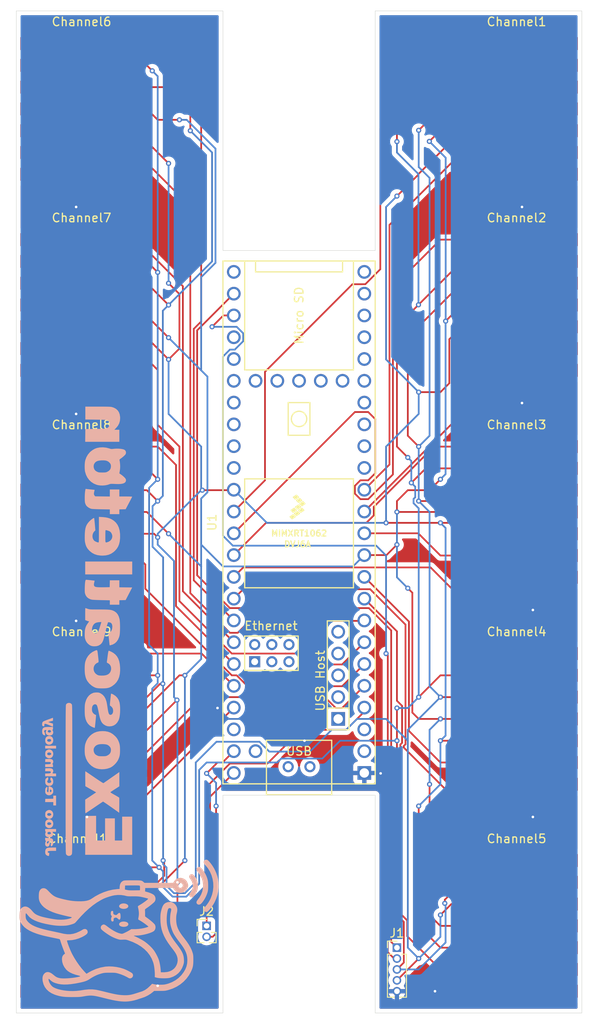
<source format=kicad_pcb>
(kicad_pcb (version 20240108) (generator "pcbnew") (generator_version "8.0")
  (layers (0 "F.Cu" signal) (31 "B.Cu" signal) (34 "B.Paste" user) (35 "F.Paste" user) (36 "B.SilkS" user "B.Silkscreen") (37 "F.SilkS" user "F.Silkscreen") (38 "B.Mask" user) (39 "F.Mask" user) (44 "Edge.Cuts" user))
  (net 0 "")
  (net 1 "Vdd")
  (net 2 "OUT 1")
  (net 3 "CS 1")
  (net 4 "CKL")
  (net 5 "GND")
  (net 6 "SDI")
  (net 7 "Vss")
  (net 8 "OUT 2")
  (net 9 "CS 2")
  (net 10 "CS 3")
  (net 11 "OUT 3")
  (net 12 "CS 5")
  (net 13 "OUT 5")
  (net 14 "OUT 6")
  (net 15 "CS 6")
  (net 16 "OUT 7")
  (net 17 "CS 7")
  (net 18 "OUT 8")
  (net 19 "CS 8")
  (net 20 "OUT 9")
  (net 21 "CS 9")
  (net 22 "OUT 10")
  (net 23 "CS 10")
  (net 24 "GPIO15_RXD0")
  (net 25 "GPIO14_TXD0")
  (net 33 "CS 4")
  (net 36 "OUT 4")
  (net 41 "pwr_GND")
  (net 47 "Vin")
  (footprint "Connector_PinHeader_1.00mm:GoldFingers_1x07_P2.50mm" (layer "F.Cu") (at 99.695 85.09)
    (property "Reference" "Channel7")
    (property "Value" "Conn_01x07_Pin" (hide yes))
  )
  (footprint "Connector_PinHeader_1.27mm:PinHeader_1x05_P1.27mm_Vertical" (layer "F.Cu") (at 136.525 160.02)
    (property "Reference" "J1")
    (property "Value" "Conn_01x05_Pin" (hide yes))
  )
  (footprint "Connector_PinHeader_1.00mm:GoldFingers_1x07_P2.50mm" (layer "F.Cu") (at 99.695 133.35)
    (property "Reference" "Channel9")
    (property "Value" "Conn_01x07_Pin" (hide yes))
  )
  (footprint "Connector_PinHeader_1.00mm:GoldFingers_1x07_P2.50mm" (layer "F.Cu") (at 150.495 62.23)
    (property "Reference" "Channel1")
    (property "Value" "Conn_01x07_Pin" (hide yes))
  )
  (footprint "Connector_PinHeader_1.00mm:GoldFingers_1x07_P2.50mm" (layer "F.Cu") (at 150.495 157.48)
    (property "Reference" "Channel5")
    (property "Value" "Conn_01x07_Pin" (hide yes))
  )
  (footprint "Connector_PinHeader_1.00mm:GoldFingers_1x07_P2.50mm" (layer "F.Cu") (at 99.695 157.48)
    (property "Reference" "Channel10")
    (property "Value" "Conn_01x07_Pin" (hide yes))
  )
  (footprint "Connector_PinHeader_1.27mm:PinHeader_1x02_P1.27mm_Vertical" (layer "F.Cu") (at 114.3 157.48)
    (property "Reference" "J2")
    (property "Value" "Conn_01x02_Pin" (hide yes))
  )
  (footprint "Connector_PinHeader_1.00mm:GoldFingers_1x07_P2.50mm" (layer "F.Cu") (at 99.695 62.23)
    (property "Reference" "Channel6")
    (property "Value" "Conn_01x07_Pin" (hide yes))
  )
  (footprint "Connector_PinHeader_1.00mm:GoldFingers_1x07_P2.50mm" (layer "F.Cu") (at 150.495 85.09)
    (property "Reference" "Channel2")
    (property "Value" "Conn_01x07_Pin" (hide yes))
  )
  (footprint "Connector_PinHeader_1.00mm:GoldFingers_1x07_P2.50mm" (layer "F.Cu") (at 99.695 109.22)
    (property "Reference" "Channel8")
    (property "Value" "Conn_01x07_Pin" (hide yes))
  )
  (footprint "Connector_PinHeader_1.00mm:GoldFingers_1x07_P2.50mm" (layer "F.Cu") (at 150.495 133.35)
    (property "Reference" "Channel4")
    (property "Value" "Conn_01x07_Pin" (hide yes))
  )
  (footprint "Teensy 4.1:Teensy41" (layer "F.Cu") (at 125.095 110.4392 90)
    (property "Reference" "U1")
    (property "Value" "Teensy4.1")
  )
  (footprint "Connector_PinHeader_1.00mm:GoldFingers_1x07_P2.50mm" (layer "F.Cu") (at 150.495 109.22)
    (property "Reference" "Channel3")
    (property "Value" "Conn_01x07_Pin" (hide yes))
  )
  (footprint "logo:logo_HorizontalText" (layer "B.Cu") (at 104.14 131.54 90)
    (property "Reference" "G***" (hide yes))
    (property "Value" "LOGO" (hide yes))
  )
  (gr_poly (pts (xy 133.985 142.24) (xy 133.985 167.64) (xy 158.115 167.64) (xy 158.115 50.8) (xy 133.985 50.8) (xy 133.985 78.74) (xy 116.205 78.74) (xy 116.205 50.8) (xy 92.075 50.8) (xy 92.075 167.64) (xy 116.205 167.64) (xy 116.205 142.24)) (stroke (width 0.05)) (fill none) (layer "Edge.Cuts"))
  (segment (start 109.22 149.86) (end 109.34375 149.98375) (width 0.2) (layer "F.Cu") (net 1))
  (segment (start 149.225 107.95) (end 150.495 106.68) (width 0.2) (layer "F.Cu") (net 1))
  (segment (start 139.065 161.29) (end 136.525 163.83) (width 0.2) (layer "F.Cu") (net 1))
  (segment (start 142.875 154.94) (end 150.495 154.94) (width 0.2) (layer "F.Cu") (net 1))
  (segment (start 144.095 82.55) (end 150.495 82.55) (width 0.2) (layer "F.Cu") (net 1))
  (segment (start 137.795 88.85) (end 144.095 82.55) (width 0.2) (layer "F.Cu") (net 1))
  (segment (start 144.095 59.69) (end 150.495 59.69) (width 0.2) (layer "F.Cu") (net 1))
  (segment (start 112.395 64.77) (end 112.395 62.23) (width 0.2) (layer "F.Cu") (net 1))
  (segment (start 139.065 101.6) (end 137.795 100.33) (width 0.2) (layer "F.Cu") (net 1))
  (segment (start 108.872638 129.252362) (end 107.315 130.81) (width 0.2) (layer "F.Cu") (net 1))
  (segment (start 109.855 59.69) (end 99.695 59.69) (width 0.2) (layer "F.Cu") (net 1))
  (segment (start 139.065 64.72) (end 144.095 59.69) (width 0.2) (layer "F.Cu") (net 1))
  (segment (start 107.315 106.68) (end 99.695 106.68) (width 0.2) (layer "F.Cu") (net 1))
  (segment (start 109.34375 149.98375) (end 109.34375 151.64125) (width 0.2) (layer "F.Cu") (net 1))
  (segment (start 107.315 130.81) (end 99.695 130.81) (width 0.2) (layer "F.Cu") (net 1))
  (segment (start 137.795 100.33) (end 137.795 88.85) (width 0.2) (layer "F.Cu") (net 1))
  (segment (start 99.695 82.55) (end 107.315 82.55) (width 0.2) (layer "F.Cu") (net 1))
  (segment (start 139.065 107.95) (end 149.225 107.95) (width 0.2) (layer "F.Cu") (net 1))
  (segment (start 109.34375 151.64125) (end 106.045 154.94) (width 0.2) (layer "F.Cu") (net 1))
  (segment (start 108.585 107.95) (end 107.315 106.68) (width 0.2) (layer "F.Cu") (net 1))
  (segment (start 141.605 130.81) (end 150.495 130.81) (width 0.2) (layer "F.Cu") (net 1))
  (segment (start 107.315 82.55) (end 109.855 85.09) (width 0.2) (layer "F.Cu") (net 1))
  (segment (start 106.045 154.94) (end 99.695 154.94) (width 0.2) (layer "F.Cu") (net 1))
  (segment (start 112.395 62.23) (end 109.855 59.69) (width 0.2) (layer "F.Cu") (net 1))
  (segment (start 141.605 156.21) (end 142.875 154.94) (width 0.2) (layer "F.Cu") (net 1))
  (segment (start 109.181595 129.252362) (end 108.872638 129.252362) (width 0.2) (layer "F.Cu") (net 1))
  (via (at 109.22 149.86) (size 0.6) (drill 0.3) (layers "F.Cu" "B.Cu") (net 1))
  (via (at 141.605 130.81) (size 0.6) (drill 0.3) (layers "F.Cu" "B.Cu") (net 1))
  (via (at 139.065 101.6) (size 0.6) (drill 0.3) (layers "F.Cu" "B.Cu") (net 1))
  (via (at 112.395 64.77) (size 0.6) (drill 0.3) (layers "F.Cu" "B.Cu") (net 1))
  (via (at 141.605 156.21) (size 0.6) (drill 0.3) (layers "F.Cu" "B.Cu") (net 1))
  (via (at 139.065 161.29) (size 0.6) (drill 0.3) (layers "F.Cu" "B.Cu") (net 1))
  (via (at 109.855 85.09) (size 0.6) (drill 0.3) (layers "F.Cu" "B.Cu") (net 1))
  (via (at 108.585 107.95) (size 0.6) (drill 0.3) (layers "F.Cu" "B.Cu") (net 1))
  (via (at 109.181595 129.252362) (size 0.6) (drill 0.3) (layers "F.Cu" "B.Cu") (net 1))
  (via (at 139.065 107.95) (size 0.6) (drill 0.3) (layers "F.Cu" "B.Cu") (net 1))
  (via (at 139.065 64.72) (size 0.6) (drill 0.3) (layers "F.Cu" "B.Cu") (net 1))
  (segment (start 109.22 149.86) (end 109.22 150.281471) (width 0.2) (layer "B.Cu") (net 1))
  (segment (start 109.185 85.76) (end 109.855 85.09) (width 0.2) (layer "B.Cu") (net 1))
  (segment (start 107.985 113.278529) (end 107.985 108.55) (width 0.2) (layer "B.Cu") (net 1))
  (segment (start 111.76 153.67) (end 113.03 152.4) (width 0.2) (layer "B.Cu") (net 1))
  (segment (start 139.065 161.29) (end 137.795 160.02) (width 0.2) (layer "B.Cu") (net 1))
  (segment (start 131.8642 133.35) (end 135.255 133.35) (width 0.2) (layer "B.Cu") (net 1))
  (segment (start 113.03 138.43) (end 115.4508 136.0092) (width 0.2) (layer "B.Cu") (net 1))
  (segment (start 135.255 133.35) (end 137.795 135.89) (width 0.2) (layer "B.Cu") (net 1))
  (segment (start 121.621435 137.16) (end 126.365 137.16) (width 0.2) (layer "B.Cu") (net 1))
  (segment (start 113.03 152.4) (end 113.03 138.43) (width 0.2) (layer "B.Cu") (net 1))
  (segment (start 109.22 129.213957) (end 109.22 114.513529) (width 0.2) (layer "B.Cu") (net 1))
  (segment (start 109.22 150.281471) (end 109.62 150.681471) (width 0.2) (layer "B.Cu") (net 1))
  (segment (start 109.185 107.35) (end 109.185 85.76) (width 0.2) (layer "B.Cu") (net 1))
  (segment (start 140.335 109.22) (end 139.065 107.95) (width 0.2) (layer "B.Cu") (net 1))
  (segment (start 137.795 160.02) (end 137.795 135.89) (width 0.2) (layer "B.Cu") (net 1))
  (segment (start 109.62 152.8) (end 110.49 153.67) (width 0.2) (layer "B.Cu") (net 1))
  (segment (start 141.605 156.21) (end 141.605 158.75) (width 0.2) (layer "B.Cu") (net 1))
  (segment (start 109.181595 129.252362) (end 109.22 129.290767) (width 0.2) (layer "B.Cu") (net 1))
  (segment (start 137.795 134.62) (end 137.795 135.89) (width 0.2) (layer "B.Cu") (net 1))
  (segment (start 130.5942 134.62) (end 131.8642 133.35) (width 0.2) (layer "B.Cu") (net 1))
  (segment (start 109.22 129.290767) (end 109.22 149.86) (width 0.2) (layer "B.Cu") (net 1))
  (segment (start 109.62 150.681471) (end 109.62 152.8) (width 0.2) (layer "B.Cu") (net 1))
  (segment (start 140.335 100.33) (end 139.065 101.6) (width 0.2) (layer "B.Cu") (net 1))
  (segment (start 109.181595 129.252362) (end 109.22 129.213957) (width 0.2) (layer "B.Cu") (net 1))
  (segment (start 139.065 107.95) (end 139.065 101.6) (width 0.2) (layer "B.Cu") (net 1))
  (segment (start 139.065 69.001471) (end 140.335 70.271471) (width 0.2) (layer "B.Cu") (net 1))
  (segment (start 139.065 64.72) (end 139.065 69.001471) (width 0.2) (layer "B.Cu") (net 1))
  (segment (start 114.935 80.01) (end 109.855 85.09) (width 0.2) (layer "B.Cu") (net 1))
  (segment (start 141.605 130.81) (end 137.795 134.62) (width 0.2) (layer "B.Cu") (net 1))
  (segment (start 115.4508 136.0092) (end 120.470635 136.0092) (width 0.2) (layer "B.Cu") (net 1))
  (segment (start 110.49 153.67) (end 111.76 153.67) (width 0.2) (layer "B.Cu") (net 1))
  (segment (start 112.395 64.77) (end 114.935 67.31) (width 0.2) (layer "B.Cu") (net 1))
  (segment (start 120.470635 136.0092) (end 121.621435 137.16) (width 0.2) (layer "B.Cu") (net 1))
  (segment (start 141.605 130.81) (end 140.335 129.54) (width 0.2) (layer "B.Cu") (net 1))
  (segment (start 126.365 137.16) (end 128.905 134.62) (width 0.2) (layer "B.Cu") (net 1))
  (segment (start 141.605 158.75) (end 139.065 161.29) (width 0.2) (layer "B.Cu") (net 1))
  (segment (start 108.585 107.95) (end 109.185 107.35) (width 0.2) (layer "B.Cu") (net 1))
  (segment (start 107.985 108.55) (end 108.585 107.95) (width 0.2) (layer "B.Cu") (net 1))
  (segment (start 140.335 70.271471) (end 140.335 100.33) (width 0.2) (layer "B.Cu") (net 1))
  (segment (start 114.935 67.31) (end 114.935 80.01) (width 0.2) (layer "B.Cu") (net 1))
  (segment (start 140.335 129.54) (end 140.335 109.22) (width 0.2) (layer "B.Cu") (net 1))
  (segment (start 109.22 114.513529) (end 107.985 113.278529) (width 0.2) (layer "B.Cu") (net 1))
  (segment (start 128.905 134.62) (end 130.5942 134.62) (width 0.2) (layer "B.Cu") (net 1))
  (segment (start 134.585 64.56) (end 134.585 80.914835) (width 0.2) (layer "F.Cu") (net 2))
  (segment (start 150.495 54.61) (end 144.535 54.61) (width 0.2) (layer "F.Cu") (net 2))
  (segment (start 144.535 54.61) (end 134.585 64.56) (width 0.2) (layer "F.Cu") (net 2))
  (segment (start 134.585 80.914835) (end 132.830635 82.6692) (width 0.2) (layer "F.Cu") (net 2))
  (segment (start 132.830635 82.6692) (end 131.3258 82.6692) (width 0.2) (layer "F.Cu") (net 2))
  (segment (start 121.115 105.5292) (end 117.475 109.1692) (width 0.2) (layer "F.Cu") (net 2))
  (segment (start 131.3258 82.6692) (end 121.115 92.88) (width 0.2) (layer "F.Cu") (net 2))
  (segment (start 121.115 92.88) (end 121.115 105.5292) (width 0.2) (layer "F.Cu") (net 2))
  (segment (start 135.655 75.75) (end 135.655 103.6892) (width 0.2) (layer "F.Cu") (net 3))
  (segment (start 150.495 67.31) (end 144.095 67.31) (width 0.2) (layer "F.Cu") (net 3))
  (segment (start 144.095 67.31) (end 135.655 75.75) (width 0.2) (layer "F.Cu") (net 3))
  (segment (start 135.655 103.6892) (end 132.715 106.6292) (width 0.2) (layer "F.Cu") (net 3))
  (segment (start 144.095 87.63) (end 150.495 87.63) (width 0.2) (layer "F.Cu") (net 4))
  (segment (start 141.605 135.89) (end 150.495 135.89) (width 0.2) (layer "F.Cu") (net 4))
  (segment (start 142.645 94.21) (end 142.645 89.08) (width 0.2) (layer "F.Cu") (net 4))
  (segment (start 142.645 89.08) (end 144.095 87.63) (width 0.2) (layer "F.Cu") (net 4))
  (segment (start 136.525 72.39) (end 139.015 69.9) (width 0.2) (layer "F.Cu") (net 4))
  (segment (start 117.4242 106.68) (end 117.475 106.6292) (width 0.2) (layer "F.Cu") (net 4))
  (segment (start 141.605 160.02) (end 150.495 160.02) (width 0.2) (layer "F.Cu") (net 4))
  (segment (start 108.585 112.181471) (end 108.163529 111.76) (width 0.2) (layer "F.Cu") (net 4))
  (segment (start 113.795 106.68) (end 117.4242 106.68) (width 0.2) (layer "F.Cu") (net 4))
  (segment (start 139.065 143.51) (end 139.065 157.48) (width 0.2) (layer "F.Cu") (net 4))
  (segment (start 139.065 95.25) (end 141.605 95.25) (width 0.2) (layer "F.Cu") (net 4))
  (segment (start 139.065 157.48) (end 141.605 160.02) (width 0.2) (layer "F.Cu") (net 4))
  (segment (start 99.695 64.77) (end 106.045 64.77) (width 0.2) (layer "F.Cu") (net 4))
  (segment (start 108.163529 111.76) (end 99.695 111.76) (width 0.2) (layer "F.Cu") (net 4))
  (segment (start 139.015 69.85) (end 144.095 64.77) (width 0.2) (layer "F.Cu") (net 4))
  (segment (start 110.89 152.4) (end 110.89 155.225) (width 0.2) (layer "F.Cu") (net 4))
  (segment (start 150.495 111.76) (end 149.225 110.49) (width 0.2) (layer "F.Cu") (net 4))
  (segment (start 109.855 91.44) (end 111.125 90.17) (width 0.2) (layer "F.Cu") (net 4))
  (segment (start 110.8325 131.1525) (end 106.095 135.89) (width 0.2) (layer "F.Cu") (net 4))
  (segment (start 106.045 87.63) (end 99.695 87.63) (width 0.2) (layer "F.Cu") (net 4))
  (segment (start 106.095 160.02) (end 99.695 160.02) (width 0.2) (layer "F.Cu") (net 4))
  (segment (start 139.015 69.9) (end 139.015 69.85) (width 0.2) (layer "F.Cu") (net 4))
  (segment (start 106.045 64.77) (end 109.855 68.58) (width 0.2) (layer "F.Cu") (net 4))
  (segment (start 106.095 135.89) (end 99.695 135.89) (width 0.2) (layer "F.Cu") (net 4))
  (segment (start 111.125 83.82) (end 109.855 82.55) (width 0.2) (layer "F.Cu") (net 4))
  (segment (start 149.225 110.49) (end 135.255 110.49) (width 0.2) (layer "F.Cu") (net 4))
  (segment (start 141.605 95.25) (end 142.645 94.21) (width 0.2) (layer "F.Cu") (net 4))
  (segment (start 111.125 90.17) (end 111.125 83.82) (width 0.2) (layer "F.Cu") (net 4))
  (segment (start 109.855 91.44) (end 106.045 87.63) (width 0.2) (layer "F.Cu") (net 4))
  (segment (start 110.89 155.225) (end 106.095 160.02) (width 0.2) (layer "F.Cu") (net 4))
  (segment (start 144.095 64.77) (end 150.495 64.77) (width 0.2) (layer "F.Cu") (net 4))
  (via (at 139.065 95.25) (size 0.6) (drill 0.3) (layers "F.Cu" "B.Cu") (net 4))
  (via (at 139.065 143.51) (size 0.6) (drill 0.3) (layers "F.Cu" "B.Cu") (net 4))
  (via (at 135.255 110.49) (size 0.6) (drill 0.3) (layers "F.Cu" "B.Cu") (net 4))
  (via (at 110.89 152.4) (size 0.6) (drill 0.3) (layers "F.Cu" "B.Cu") (net 4))
  (via (at 141.605 135.89) (size 0.6) (drill 0.3) (layers "F.Cu" "B.Cu") (net 4))
  (via (at 141.605 110.49) (size 0.6) (drill 0.3) (layers "F.Cu" "B.Cu") (net 4))
  (via (at 109.855 82.55) (size 0.6) (drill 0.3) (layers "F.Cu" "B.Cu") (net 4))
  (via (at 136.525 72.39) (size 0.6) (drill 0.3) (layers "F.Cu" "B.Cu") (net 4))
  (via (at 113.795 106.68) (size 0.6) (drill 0.3) (layers "F.Cu" "B.Cu") (net 4))
  (via (at 110.8325 131.1525) (size 0.6) (drill 0.3) (layers "F.Cu" "B.Cu") (net 4))
  (via (at 108.585 112.181471) (size 0.6) (drill 0.3) (layers "F.Cu" "B.Cu") (net 4))
  (via (at 109.855 91.44) (size 0.6) (drill 0.3) (layers "F.Cu" "B.Cu") (net 4))
  (via (at 109.855 68.58) (size 0.6) (drill 0.3) (layers "F.Cu" "B.Cu") (net 4))
  (segment (start 113.665 101.6) (end 109.855 97.79) (width 0.2) (layer "B.Cu") (net 4))
  (segment (start 135.255 101.6) (end 135.255 110.49) (width 0.2) (layer "B.Cu") (net 4))
  (segment (start 113.665 106.55) (end 113.665 101.6) (width 0.2) (layer "B.Cu") (net 4))
  (segment (start 142.205 111.09) (end 141.605 110.49) (width 0.2) (layer "B.Cu") (net 4))
  (segment (start 139.065 95.25) (end 139.065 97.79) (width 0.2) (layer "B.Cu") (net 4))
  (segment (start 121.3358 110.49) (end 117.475 106.6292) (width 0.2) (layer "B.Cu") (net 4))
  (segment (start 110.8325 131.1525) (end 110.49 130.81) (width 0.2) (layer "B.Cu") (net 4))
  (segment (start 135.255 91.44) (end 135.255 73.66) (width 0.2) (layer "B.Cu") (net 4))
  (segment (start 109.855 82.55) (end 109.855 68.58) (width 0.2) (layer "B.Cu") (net 4))
  (segment (start 141.605 140.97) (end 141.605 135.89) (width 0.2) (layer "B.Cu") (net 4))
  (segment (start 139.065 143.51) (end 141.605 140.97) (width 0.2) (layer "B.Cu") (net 4))
  (segment (start 135.255 73.66) (end 136.525 72.39) (width 0.2) (layer "B.Cu") (net 4))
  (segment (start 108.585 113.03) (end 108.585 112.181471) (width 0.2) (layer "B.Cu") (net 4))
  (segment (start 139.065 95.25) (end 135.255 91.44) (width 0.2) (layer "B.Cu") (net 4))
  (segment (start 113.795 106.68) (end 113.665 106.68) (width 0.2) (layer "B.Cu") (net 4))
  (segment (start 142.205 135.29) (end 142.205 111.09) (width 0.2) (layer "B.Cu") (net 4))
  (segment (start 139.065 97.79) (end 135.255 101.6) (width 0.2) (layer "B.Cu") (net 4))
  (segment (start 110.89 152.4) (end 110.89 131.21) (width 0.2) (layer "B.Cu") (net 4))
  (segment (start 135.255 110.49) (end 121.3358 110.49) (width 0.2) (layer "B.Cu") (net 4))
  (segment (start 109.855 97.79) (end 109.855 91.44) (width 0.2) (layer "B.Cu") (net 4))
  (segment (start 110.49 130.81) (end 110.49 114.935) (width 0.2) (layer "B.Cu") (net 4))
  (segment (start 110.89 131.21) (end 110.8325 131.1525) (width 0.2) (layer "B.Cu") (net 4))
  (segment (start 110.49 114.935) (end 108.585 113.03) (width 0.2) (layer "B.Cu") (net 4))
  (segment (start 108.585 111.76) (end 108.585 112.181471) (width 0.2) (layer "B.Cu") (net 4))
  (segment (start 113.795 106.68) (end 113.665 106.55) (width 0.2) (layer "B.Cu") (net 4))
  (segment (start 141.605 135.89) (end 142.205 135.29) (width 0.2) (layer "B.Cu") (net 4))
  (segment (start 113.665 106.68) (end 108.585 111.76) (width 0.2) (layer "B.Cu") (net 4))
  (segment (start 150.495 92.71) (end 150.495 95.885) (width 0.2) (layer "F.Cu") (net 5))
  (segment (start 150.495 142.875) (end 152.4 144.78) (width 0.2) (layer "F.Cu") (net 5))
  (segment (start 150.495 73.025) (end 151.13 73.66) (width 0.2) (layer "F.Cu") (net 5))
  (segment (start 100.33 144.78) (end 100.33 143.51) (width 0.2) (layer "F.Cu") (net 5))
  (segment (start 134.5692 139.6492) (end 134.62 139.7) (width 0.2) (layer "F.Cu") (net 5))
  (segment (start 100.33 143.51) (end 99.695 142.875) (width 0.2) (layer "F.Cu") (net 5))
  (segment (start 99.06 97.79) (end 99.695 97.155) (width 0.2) (layer "F.Cu") (net 5))
  (segment (start 150.495 69.85) (end 150.495 73.025) (width 0.2) (layer "F.Cu") (net 5))
  (segment (start 150.495 116.84) (end 150.495 118.745) (width 0.2) (layer "F.Cu") (net 5))
  (segment (start 99.695 121.285) (end 99.695 116.84) (width 0.2) (layer "F.Cu") (net 5))
  (segment (start 99.695 69.85) (end 99.695 73.025) (width 0.2) (layer "F.Cu") (net 5))
  (segment (start 129.4892 139.6492) (end 132.715 139.6492) (width 0.2) (layer "F.Cu") (net 5))
  (segment (start 125.73 135.89) (end 129.4892 139.6492) (width 0.2) (layer "F.Cu") (net 5))
  (segment (start 108.585 164.465) (end 107.95 165.1) (width 0.2) (layer "F.Cu") (net 5))
  (segment (start 99.695 73.025) (end 99.06 73.66) (width 0.2) (layer "F.Cu") (net 5))
  (segment (start 150.495 165.1) (end 140.97 165.1) (width 0.2) (layer "F.Cu") (net 5))
  (segment (start 150.495 118.745) (end 152.4 120.65) (width 0.2) (layer "F.Cu") (net 5))
  (segment (start 99.695 142.875) (end 99.695 140.97) (width 0.2) (layer "F.Cu") (net 5))
  (segment (start 150.495 95.885) (end 151.13 96.52) (width 0.2) (layer "F.Cu") (net 5))
  (segment (start 132.715 139.6492) (end 134.5692 139.6492) (width 0.2) (layer "F.Cu") (net 5))
  (segment (start 150.495 140.97) (end 150.495 142.875) (width 0.2) (layer "F.Cu") (net 5))
  (segment (start 99.695 140.97) (end 106.095 140.97) (width 0.2) (layer "F.Cu") (net 5))
  (segment (start 107.95 165.1) (end 99.695 165.1) (width 0.2) (layer "F.Cu") (net 5))
  (segment (start 99.06 121.92) (end 99.695 121.285) (width 0.2) (layer "F.Cu") (net 5))
  (segment (start 106.095 140.97) (end 114.985 132.08) (width 0.2) (layer "F.Cu") (net 5))
  (segment (start 114.985 132.08) (end 115.57 132.08) (width 0.2) (layer "F.Cu") (net 5))
  (segment (start 99.695 97.155) (end 99.695 92.71) (width 0.2) (layer "F.Cu") (net 5))
  (via (at 115.57 132.08) (size 0.6) (drill 0.3) (layers "F.Cu" "B.Cu") (net 5))
  (via (at 108.585 164.465) (size 0.6) (drill 0.3) (layers "F.Cu" "B.Cu") (net 5))
  (via (at 152.4 144.78) (size 0.6) (drill 0.3) (layers "F.Cu" "B.Cu") (net 5))
  (via (at 99.06 121.92) (size 0.6) (drill 0.3) (layers "F.Cu" "B.Cu") (net 5))
  (via (at 125.73 135.89) (size 0.6) (drill 0.3) (layers "F.Cu" "B.Cu") (net 5))
  (via (at 99.06 97.79) (size 0.6) (drill 0.3) (layers "F.Cu" "B.Cu") (net 5))
  (via (at 100.33 144.78) (size 0.6) (drill 0.3) (layers "F.Cu" "B.Cu") (net 5))
  (via (at 134.62 139.7) (size 0.6) (drill 0.3) (layers "F.Cu" "B.Cu") (net 5))
  (via (at 152.4 120.65) (size 0.6) (drill 0.3) (layers "F.Cu" "B.Cu") (net 5))
  (via (at 99.06 73.66) (size 0.6) (drill 0.3) (layers "F.Cu" "B.Cu") (net 5))
  (via (at 151.13 73.66) (size 0.6) (drill 0.3) (layers "F.Cu" "B.Cu") (net 5))
  (via (at 140.97 165.1) (size 0.6) (drill 0.3) (layers "F.Cu" "B.Cu") (net 5))
  (via (at 151.13 96.52) (size 0.6) (drill 0.3) (layers "F.Cu" "B.Cu") (net 5))
  (segment (start 123.19 133.35) (end 125.73 135.89) (width 0.2) (layer "B.Cu") (net 5))
  (segment (start 116.84 133.35) (end 123.19 133.35) (width 0.2) (layer "B.Cu") (net 5))
  (segment (start 115.57 132.08) (end 116.84 133.35) (width 0.2) (layer "B.Cu") (net 5))
  (segment (start 144.095 85.09) (end 150.495 85.09) (width 0.2) (layer "F.Cu") (net 6))
  (segment (start 142.215 86.97) (end 144.095 85.09) (width 0.2) (layer "F.Cu") (net 6))
  (segment (start 107.315 62.23) (end 99.695 62.23) (width 0.2) (layer "F.Cu") (net 6))
  (segment (start 150.495 157.48) (end 141.5925 157.48) (width 0.2) (layer "F.Cu") (net 6))
  (segment (start 140.335 156.2225) (end 140.335 140.97) (width 0.2) (layer "F.Cu") (net 6))
  (segment (start 141.605 133.35) (end 139.065 133.35) (width 0.2) (layer "F.Cu") (net 6))
  (segment (start 136.525 113.03) (end 135.3058 114.2492) (width 0.2) (layer "F.Cu") (net 6))
  (segment (start 135.3058 114.2492) (end 132.715 114.2492) (width 0.2) (layer "F.Cu") (net 6))
  (segment (start 140.31 66.015) (end 144.095 62.23) (width 0.2) (layer "F.Cu") (net 6))
  (segment (start 137.795 106.68) (end 136.525 107.95) (width 0.2) (layer "F.Cu") (net 6))
  (segment (start 141.605 105.41) (end 140.335 106.68) (width 0.2) (layer "F.Cu") (net 6))
  (segment (start 111.76 128.27) (end 111.125 128.27) (width 0.2) (layer "F.Cu") (net 6))
  (segment (start 106.045 85.09) (end 109.855 88.9) (width 0.2) (layer "F.Cu") (net 6))
  (segment (start 141.605 133.35) (end 150.495 133.35) (width 0.2) (layer "F.Cu") (net 6))
  (segment (start 109.855 111.76) (end 107.315 109.22) (width 0.2) (layer "F.Cu") (net 6))
  (segment (start 107.145 154.475) (end 107.145 155.99) (width 0.2) (layer "F.Cu") (net 6))
  (segment (start 111.125 63.5) (end 108.585 63.5) (width 0.2) (layer "F.Cu") (net 6))
  (segment (start 108.585 63.5) (end 107.315 62.23) (width 0.2) (layer "F.Cu") (net 6))
  (segment (start 107.315 109.22) (end 99.695 109.22) (width 0.2) (layer "F.Cu") (net 6))
  (segment (start 136.525 107.95) (end 136.525 109.22) (width 0.2) (layer "F.Cu") (net 6))
  (segment (start 111.76 149.86) (end 107.145 154.475) (width 0.2) (layer "F.Cu") (net 6))
  (segment (start 99.695 85.09) (end 106.045 85.09) (width 0.2) (layer "F.Cu") (net 6))
  (segment (start 140.335 106.68) (end 137.795 106.68) (width 0.2) (layer "F.Cu") (net 6))
  (segment (start 106.045 133.35) (end 99.695 133.35) (width 0.2) (layer "F.Cu") (net 6))
  (segment (start 139.065 133.35) (end 138.325 132.61) (width 0.2) (layer "F.Cu") (net 6))
  (segment (start 105.655 157.48) (end 99.695 157.48) (width 0.2) (layer "F.Cu") (net 6))
  (segment (start 107.145 155.99) (end 105.655 157.48) (width 0.2) (layer "F.Cu") (net 6))
  (segment (start 144.095 62.23) (end 150.495 62.23) (width 0.2) (layer "F.Cu") (net 6))
  (segment (start 141.5925 157.48) (end 140.335 156.2225) (width 0.2) (layer "F.Cu") (net 6))
  (segment (start 138.325 132.61) (end 138.325 118.64) (width 0.2) (layer "F.Cu") (net 6))
  (segment (start 111.125 128.27) (end 106.045 133.35) (width 0.2) (layer "F.Cu") (net 6))
  (segment (start 150.495 109.22) (end 136.525 109.22) (width 0.2) (layer "F.Cu") (net 6))
  (segment (start 138.325 118.64) (end 137.795 118.11) (width 0.2) (layer "F.Cu") (net 6))
  (via (at 140.335 140.97) (size 0.6) (drill 0.3) (layers "F.Cu" "B.Cu") (net 6))
  (via (at 136.525 109.22) (size 0.6) (drill 0.3) (layers "F.Cu" "B.Cu") (net 6))
  (via (at 111.76 128.27) (size 0.6) (drill 0.3) (layers "F.Cu" "B.Cu") (net 6))
  (via (at 136.525 113.03) (size 0.6) (drill 0.3) (layers "F.Cu" "B.Cu") (net 6))
  (via (at 141.605 133.35) (size 0.6) (drill 0.3) (layers "F.Cu" "B.Cu") (net 6))
  (via (at 142.215 86.97) (size 0.6) (drill 0.3) (layers "F.Cu" "B.Cu") (net 6))
  (via (at 140.31 66.015) (size 0.6) (drill 0.3) (layers "F.Cu" "B.Cu") (net 6))
  (via (at 111.125 63.5) (size 0.6) (drill 0.3) (layers "F.Cu" "B.Cu") (net 6))
  (via (at 109.855 88.9) (size 0.6) (drill 0.3) (layers "F.Cu" "B.Cu") (net 6))
  (via (at 137.795 118.11) (size 0.6) (drill 0.3) (layers "F.Cu" "B.Cu") (net 6))
  (via (at 111.76 149.86) (size 0.6) (drill 0.3) (layers "F.Cu" "B.Cu") (net 6))
  (via (at 109.855 111.76) (size 0.6) (drill 0.3) (layers "F.Cu" "B.Cu") (net 6))
  (via (at 141.605 105.41) (size 0.6) (drill 0.3) (layers "F.Cu" "B.Cu") (net 6))
  (segment (start 113.665 115.57) (end 113.665 107.658529) (width 0.2) (layer "B.Cu") (net 6))
  (segment (start 131.3942 115.57) (end 132.715 114.2492) (width 0.2) (layer "B.Cu") (net 6))
  (segment (start 142.205 104.81) (end 142.205 86.98) (width 0.2) (layer "B.Cu") (net 6))
  (segment (start 109.855 88.9) (end 113.665 92.71) (width 0.2) (layer "B.Cu") (net 6))
  (segment (start 113.665 92.71) (end 113.665 81.845686) (width 0.2) (layer "B.Cu") (net 6))
  (segment (start 113.665 115.57) (end 113.665 126.365) (width 0.2) (layer "B.Cu") (net 6))
  (segment (start 115.335 80.175686) (end 115.335 66.861471) (width 0.2) (layer "B.Cu") (net 6))
  (segment (start 142.205 86.98) (end 142.215 86.97) (width 0.2) (layer "B.Cu") (net 6))
  (segment (start 111.76 149.86) (end 111.76 128.27) (width 0.2) (layer "B.Cu") (net 6))
  (segment (start 140.335 140.97) (end 140.335 134.62) (width 0.2) (layer "B.Cu") (net 6))
  (segment (start 115.335 66.861471) (end 111.973529 63.5) (width 0.2) (layer "B.Cu") (net 6))
  (segment (start 116.205 115.57) (end 131.3942 115.57) (width 0.2) (layer "B.Cu") (net 6))
  (segment (start 114.395 106.928529) (end 114.395 93.44) (width 0.2) (layer "B.Cu") (net 6))
  (segment (start 113.665 113.03) (end 116.205 115.57) (width 0.2) (layer "B.Cu") (net 6))
  (segment (start 114.395 93.44) (end 113.665 92.71) (width 0.2) (layer "B.Cu") (net 6))
  (segment (start 136.525 116.84) (end 136.525 113.03) (width 0.2) (layer "B.Cu") (net 6))
  (segment (start 141.605 105.41) (end 142.205 104.81) (width 0.2) (layer "B.Cu") (net 6))
  (segment (start 111.973529 63.5) (end 111.125 63.5) (width 0.2) (layer "B.Cu") (net 6))
  (segment (start 109.855 111.76) (end 113.665 115.57) (width 0.2) (layer "B.Cu") (net 6))
  (segment (start 137.795 118.11) (end 136.525 116.84) (width 0.2) (layer "B.Cu") (net 6))
  (segment (start 113.665 126.365) (end 111.76 128.27) (width 0.2) (layer "B.Cu") (net 6))
  (segment (start 113.665 81.845686) (end 115.335 80.175686) (width 0.2) (layer "B.Cu") (net 6))
  (segment (start 136.525 109.22) (end 136.525 113.03) (width 0.2) (layer "B.Cu") (net 6))
  (segment (start 113.665 107.658529) (end 114.395 106.928529) (width 0.2) (layer "B.Cu") (net 6))
  (segment (start 140.335 134.62) (end 141.605 133.35) (width 0.2) (layer "B.Cu") (net 6))
  (segment (start 142.215 67.92) (end 142.215 86.97) (width 0.2) (layer "B.Cu") (net 6))
  (segment (start 140.31 66.015) (end 142.215 67.92) (width 0.2) (layer "B.Cu") (net 6))
  (segment (start 107.315 57.15) (end 99.695 57.15) (width 0.2) (layer "F.Cu") (net 7))
  (segment (start 136.525 87.58) (end 139.04 85.065) (width 0.2) (layer "F.Cu") (net 7))
  (segment (start 139.88853 104.14) (end 150.495 104.14) (width 0.2) (layer "F.Cu") (net 7))
  (segment (start 99.695 104.14) (end 107.315 104.14) (width 0.2) (layer "F.Cu") (net 7))
  (segment (start 107.315 80.01) (end 99.695 80.01) (width 0.2) (layer "F.Cu") (net 7))
  (segment (start 136.525 156.21) (end 137.325 157.01) (width 0.2) (layer "F.Cu") (net 7))
  (segment (start 144.095 80.01) (end 150.495 80.01) (width 0.2) (layer "F.Cu") (net 7))
  (segment (start 141.605 128.27) (end 150.495 128.27) (width 0.2) (layer "F.Cu") (net 7))
  (segment (start 139.04 85.065) (end 144.095 80.01) (width 0.2) (layer "F.Cu") (net 7))
  (segment (start 138.206765 105.821765) (end 139.88853 104.14) (width 0.2) (layer "F.Cu") (net 7))
  (segment (start 150.495 57.15) (end 144.095 57.15) (width 0.2) (layer "F.Cu") (net 7))
  (segment (start 107.79125 150.65375) (end 106.045 152.4) (width 0.2) (layer "F.Cu") (net 7))
  (segment (start 137.325 157.01) (end 137.325 161.76) (width 0.2) (layer "F.Cu") (net 7))
  (segment (start 108.74375 150.65375) (end 107.79125 150.65375) (width 0.2) (layer "F.Cu") (net 7))
  (segment (start 136.525 64.72) (end 136.525 66.04) (width 0.2) (layer "F.Cu") (net 7))
  (segment (start 108.585 81.28) (end 107.315 80.01) (width 0.2) (layer "F.Cu") (net 7))
  (segment (start 139.065 130.81) (end 141.605 128.27) (width 0.2) (layer "F.Cu") (net 7))
  (segment (start 144.095 57.15) (end 136.525 64.72) (width 0.2) (layer "F.Cu") (net 7))
  (segment (start 106.045 152.4) (end 99.695 152.4) (width 0.2) (layer "F.Cu") (net 7))
  (segment (start 136.525 132.08) (end 136.525 135.89) (width 0.2) (layer "F.Cu") (net 7))
  (segment (start 142.115735 154.850735) (end 142.115735 154.429265) (width 0.2) (layer "F.Cu") (net 7))
  (segment (start 107.95 57.785) (end 107.315 57.15) (width 0.2) (layer "F.Cu") (net 7))
  (segment (start 136.525 101.6) (end 136.525 87.58) (width 0.2) (layer "F.Cu") (net 7))
  (segment (start 142.115735 154.429265) (end 144.145 152.4) (width 0.2) (layer "F.Cu") (net 7))
  (segment (start 107.315 104.14) (end 108.585 105.41) (width 0.2) (layer "F.Cu") (net 7))
  (segment (start 144.145 152.4) (end 150.495 152.4) (width 0.2) (layer "F.Cu") (net 7))
  (segment (start 136.525 135.89) (end 136.525 156.21) (width 0.2) (layer "F.Cu") (net 7))
  (segment (start 137.325 161.76) (end 136.525 162.56) (width 0.2) (layer "F.Cu") (net 7))
  (segment (start 137.795 102.87) (end 136.525 101.6) (width 0.2) (layer "F.Cu") (net 7))
  (segment (start 108.585 128.27) (end 99.695 128.27) (width 0.2) (layer "F.Cu") (net 7))
  (via (at 139.065 130.81) (size 0.6) (drill 0.3) (layers "F.Cu" "B.Cu") (net 7))
  (via (at 108.585 128.27) (size 0.6) (drill 0.3) (layers "F.Cu" "B.Cu") (net 7))
  (via (at 108.585 105.41) (size 0.6) (drill 0.3) (layers "F.Cu" "B.Cu") (net 7))
  (via (at 139.04 85.065) (size 0.6) (drill 0.3) (layers "F.Cu" "B.Cu") (net 7))
  (via (at 138.206765 105.821765) (size 0.6) (drill 0.3) (layers "F.Cu" "B.Cu") (net 7))
  (via (at 136.525 132.08) (size 0.6) (drill 0.3) (layers "F.Cu" "B.Cu") (net 7))
  (via (at 136.525 135.89) (size 0.6) (drill 0.3) (layers "F.Cu" "B.Cu") (net 7))
  (via (at 142.115735 154.850735) (size 0.6) (drill 0.3) (layers "F.Cu" "B.Cu") (net 7))
  (via (at 136.525 66.04) (size 0.6) (drill 0.3) (layers "F.Cu" "B.Cu") (net 7))
  (via (at 107.95 57.785) (size 0.6) (drill 0.3) (layers "F.Cu" "B.Cu") (net 7))
  (via (at 108.74375 150.65375) (size 0.6) (drill 0.3) (layers "F.Cu" "B.Cu") (net 7))
  (via (at 108.585 81.28) (size 0.6) (drill 0.3) (layers "F.Cu" "B.Cu") (net 7))
  (via (at 137.795 102.87) (size 0.6) (drill 0.3) (layers "F.Cu" "B.Cu") (net 7))
  (segment (start 127.810685 137.9692) (end 129.889885 135.89) (width 0.2) (layer "B.Cu") (net 7))
  (segment (start 138.465 107.701471) (end 138.665 107.501471) (width 0.2) (layer "B.Cu") (net 7))
  (segment (start 138.665 107.501471) (end 138.665 106.28) (width 0.2) (layer "B.Cu") (net 7))
  (segment (start 108.585 81.28) (end 108.585 105.41) (width 0.2) (layer "B.Cu") (net 7))
  (segment (start 107.585 124.73) (end 107.585 106.41) (width 0.2) (layer "B.Cu") (net 7))
  (segment (start 137.795 102.87) (end 138.206765 103.281765) (width 0.2) (layer "B.Cu") (net 7))
  (segment (start 142.115735 154.850735) (end 142.205 154.94) (width 0.2) (layer "B.Cu") (net 7))
  (segment (start 108.585 58.42) (end 107.95 57.785) (width 0.2) (layer "B.Cu") (net 7))
  (segment (start 113.43 139.3) (end 114.3 138.43) (width 0.2) (layer "B.Cu") (net 7))
  (segment (start 122.555 138.43) (end 123.0158 137.9692) (width 0.2) (layer "B.Cu") (net 7))
  (segment (start 138.206765 103.281765) (end 138.206765 105.821765) (width 0.2) (layer "B.Cu") (net 7))
  (segment (start 139.065 130.81) (end 137.795 132.08) (width 0.2) (layer "B.Cu") (net 7))
  (segment (start 108.585 128.27) (end 108.585 125.73) (width 0.2) (layer "B.Cu") (net 7))
  (segment (start 114.3 138.43) (end 122.555 138.43) (width 0.2) (layer "B.Cu") (net 7))
  (segment (start 107.585 106.41) (end 108.585 105.41) (width 0.2) (layer "B.Cu") (net 7))
  (segment (start 136.525 67.31) (end 139.04 69.825) (width 0.2) (layer "B.Cu") (net 7))
  (segment (start 136.525 66.04) (end 136.525 67.31) (width 0.2) (layer "B.Cu") (net 7))
  (segment (start 108.585 125.73) (end 107.585 124.73) (width 0.2) (layer "B.Cu") (net 7))
  (segment (start 142.205 159.42) (end 139.065 162.56) (width 0.2) (layer "B.Cu") (net 7))
  (segment (start 139.065 162.56) (end 136.525 162.56) (width 0.2) (layer "B.Cu") (net 7))
  (segment (start 109.22 151.13) (end 109.22 152.965686) (width 0.2) (layer "B.Cu") (net 7))
  (segment (start 108.74375 150.65375) (end 109.22 151.13) (width 0.2) (layer "B.Cu") (net 7))
  (segment (start 142.205 154.94) (end 142.205 159.42) (width 0.2) (layer "B.Cu") (net 7))
  (segment (start 129.889885 135.89) (end 136.525 135.89) (width 0.2) (layer "B.Cu") (net 7))
  (segment (start 123.0158 137.9692) (end 127.810685 137.9692) (width 0.2) (layer "B.Cu") (net 7))
  (segment (start 107.95 129.823529) (end 107.95 149.86) (width 0.2) (layer "B.Cu") (net 7))
  (segment (start 139.065 130.81) (end 139.065 108.798529) (width 0.2) (layer "B.Cu") (net 7))
  (segment (start 139.065 108.798529) (end 138.465 108.198529) (width 0.2) (layer "B.Cu") (net 7))
  (segment (start 138.665 106.28) (end 138.206765 105.821765) (width 0.2) (layer "B.Cu") (net 7))
  (segment (start 137.795 132.08) (end 136.525 132.08) (width 0.2) (layer "B.Cu") (net 7))
  (segment (start 107.95 149.86) (end 108.74375 150.65375) (width 0.2) (layer "B.Cu") (net 7))
  (segment (start 109.22 152.965686) (end 110.324314 154.07) (width 0.2) (layer "B.Cu") (net 7))
  (segment (start 108.585 128.27) (end 108.585 129.188529) (width 0.2) (layer "B.Cu") (net 7))
  (segment (start 108.585 129.188529) (end 107.95 129.823529) (width 0.2) (layer "B.Cu") (net 7))
  (segment (start 113.43 152.565686) (end 113.43 139.3) (width 0.2) (layer "B.Cu") (net 7))
  (segment (start 110.324314 154.07) (end 111.925686 154.07) (width 0.2) (layer "B.Cu") (net 7))
  (segment (start 111.925686 154.07) (end 113.43 152.565686) (width 0.2) (layer "B.Cu") (net 7))
  (segment (start 108.585 81.28) (end 108.585 58.42) (width 0.2) (layer "B.Cu") (net 7))
  (segment (start 138.465 108.198529) (end 138.465 107.701471) (width 0.2) (layer "B.Cu") (net 7))
  (segment (start 139.04 69.825) (end 139.04 85.065) (width 0.2) (layer "B.Cu") (net 7))
  (segment (start 133.985 98.383565) (end 133.170635 97.5692) (width 0.2) (layer "F.Cu") (net 8))
  (segment (start 133.170635 105.5292) (end 133.985 104.714835) (width 0.2) (layer "F.Cu") (net 8))
  (segment (start 132.259365 105.5292) (end 133.170635 105.5292) (width 0.2) (layer "F.Cu") (net 8))
  (segment (start 141.605 77.47) (end 136.055 83.02) (width 0.2) (layer "F.Cu") (net 8))
  (segment (start 133.985 104.714835) (end 133.985 98.383565) (width 0.2) (layer "F.Cu") (net 8))
  (segment (start 133.170635 97.5692) (end 131.615 97.5692) (width 0.2) (layer "F.Cu") (net 8))
  (segment (start 136.055 83.02) (end 136.055 104.844835) (width 0.2) (layer "F.Cu") (net 8))
  (segment (start 150.495 77.47) (end 141.605 77.47) (width 0.2) (layer "F.Cu") (net 8))
  (segment (start 131.615 106.173565) (end 132.259365 105.5292) (width 0.2) (layer "F.Cu") (net 8))
  (segment (start 132.259365 107.7292) (end 131.615 107.084835) (width 0.2) (layer "F.Cu") (net 8))
  (segment (start 131.615 107.084835) (end 131.615 106.173565) (width 0.2) (layer "F.Cu") (net 8))
  (segment (start 136.055 104.844835) (end 133.170635 107.7292) (width 0.2) (layer "F.Cu") (net 8))
  (segment (start 131.615 97.5692) (end 117.475 111.7092) (width 0.2) (layer "F.Cu") (net 8))
  (segment (start 133.170635 107.7292) (end 132.259365 107.7292) (width 0.2) (layer "F.Cu") (net 8))
  (segment (start 143.045 98.8392) (end 132.715 109.1692) (width 0.2) (layer "F.Cu") (net 9))
  (segment (start 143.045 91.66) (end 143.045 98.8392) (width 0.2) (layer "F.Cu") (net 9))
  (segment (start 144.535 90.17) (end 143.045 91.66) (width 0.2) (layer "F.Cu") (net 9))
  (segment (start 150.495 90.17) (end 144.535 90.17) (width 0.2) (layer "F.Cu") (net 9))
  (segment (start 141.605 114.3) (end 139.0142 111.7092) (width 0.2) (layer "F.Cu") (net 10))
  (segment (start 150.495 114.3) (end 141.605 114.3) (width 0.2) (layer "F.Cu") (net 10))
  (segment (start 139.0142 111.7092) (end 132.715 111.7092) (width 0.2) (layer "F.Cu") (net 10))
  (segment (start 132.949835 110.49) (end 121.2342 110.49) (width 0.2) (layer "F.Cu") (net 11))
  (segment (start 133.815 108.634886) (end 133.815 109.624835) (width 0.2) (layer "F.Cu") (net 11))
  (segment (start 140.849886 101.6) (end 133.815 108.634886) (width 0.2) (layer "F.Cu") (net 11))
  (segment (start 133.815 109.624835) (end 132.949835 110.49) (width 0.2) (layer "F.Cu") (net 11))
  (segment (start 150.495 101.6) (end 140.849886 101.6) (width 0.2) (layer "F.Cu") (net 11))
  (segment (start 121.2342 110.49) (end 117.475 114.2492) (width 0.2) (layer "F.Cu") (net 11))
  (segment (start 136.525 123.1392) (end 132.715 119.3292) (width 0.2) (layer "F.Cu") (net 12))
  (segment (start 137.125 136.138529) (end 137.125 131.831471) (width 0.2) (layer "F.Cu") (net 12))
  (segment (start 137.725 158.68) (end 137.725 156.844314) (width 0.2) (layer "F.Cu") (net 12))
  (segment (start 141.605 162.56) (end 137.725 158.68) (width 0.2) (layer "F.Cu") (net 12))
  (segment (start 136.925 156.044314) (end 136.925 136.338529) (width 0.2) (layer "F.Cu") (net 12))
  (segment (start 137.725 156.844314) (end 136.925 156.044314) (width 0.2) (layer "F.Cu") (net 12))
  (segment (start 150.495 162.56) (end 141.605 162.56) (width 0.2) (layer "F.Cu") (net 12))
  (segment (start 137.125 131.831471) (end 136.525 131.231471) (width 0.2) (layer "F.Cu") (net 12))
  (segment (start 136.925 136.338529) (end 137.125 136.138529) (width 0.2) (layer "F.Cu") (net 12))
  (segment (start 136.525 131.231471) (end 136.525 123.1392) (width 0.2) (layer "F.Cu") (net 12))
  (segment (start 137.525 122.354314) (end 133.399886 118.2292) (width 0.2) (layer "F.Cu") (net 13))
  (segment (start 118.575 118.2292) (end 117.475 119.3292) (width 0.2) (layer "F.Cu") (net 13))
  (segment (start 137.525 136.304215) (end 137.525 122.354314) (width 0.2) (layer "F.Cu") (net 13))
  (segment (start 137.325 136.504215) (end 137.525 136.304215) (width 0.2) (layer "F.Cu") (net 13))
  (segment (start 150.495 149.86) (end 137.325 136.69) (width 0.2) (layer "F.Cu") (net 13))
  (segment (start 133.399886 118.2292) (end 118.575 118.2292) (width 0.2) (layer "F.Cu") (net 13))
  (segment (start 137.325 136.69) (end 137.325 136.504215) (width 0.2) (layer "F.Cu") (net 13))
  (segment (start 107.34 54.61) (end 99.695 54.61) (width 0.2) (layer "F.Cu") (net 14))
  (segment (start 112.795 117.1892) (end 112.795 87.883514) (width 0.2) (layer "F.Cu") (net 14))
  (segment (start 117.475 121.8692) (end 112.795 117.1892) (width 0.2) (layer "F.Cu") (net 14))
  (segment (start 113.665 60.935) (end 107.34 54.61) (width 0.2) (layer "F.Cu") (net 14))
  (segment (start 112.795 87.883514) (end 113.665 87.013514) (width 0.2) (layer "F.Cu") (net 14))
  (segment (start 113.665 87.013514) (end 113.665 60.935) (width 0.2) (layer "F.Cu") (net 14))
  (segment (start 99.695 67.31) (end 106.095 67.31) (width 0.2) (layer "F.Cu") (net 15))
  (segment (start 117.930635 123.3092) (end 119.319835 121.92) (width 0.2) (layer "F.Cu") (net 15))
  (segment (start 119.319835 121.92) (end 132.6642 121.92) (width 0.2) (layer "F.Cu") (net 15))
  (segment (start 132.6642 121.92) (end 132.715 121.8692) (width 0.2) (layer "F.Cu") (net 15))
  (segment (start 112.395 118.684835) (end 117.019365 123.3092) (width 0.2) (layer "F.Cu") (net 15))
  (segment (start 106.095 67.31) (end 112.395 73.61) (width 0.2) (layer "F.Cu") (net 15))
  (segment (start 112.395 73.61) (end 112.395 118.684835) (width 0.2) (layer "F.Cu") (net 15))
  (segment (start 117.019365 123.3092) (end 117.930635 123.3092) (width 0.2) (layer "F.Cu") (net 15))
  (segment (start 106.095 77.47) (end 111.525 82.9) (width 0.2) (layer "F.Cu") (net 16))
  (segment (start 99.695 77.47) (end 106.095 77.47) (width 0.2) (layer "F.Cu") (net 16))
  (segment (start 111.525 82.9) (end 111.525 118.4592) (width 0.2) (layer "F.Cu") (net 16))
  (segment (start 111.525 118.4592) (end 117.475 124.4092) (width 0.2) (layer "F.Cu") (net 16))
  (segment (start 117.240165 125.73) (end 111.125 119.614835) (width 0.2) (layer "F.Cu") (net 17))
  (segment (start 122.306903 125.7292) (end 117.4758 125.7292) (width 0.2) (layer "F.Cu") (net 17))
  (segment (start 123.519897 125.7292) (end 123.519097 125.73) (width 0.2) (layer "F.Cu") (net 17))
  (segment (start 111.125 119.614835) (end 111.125 101.6) (width 0.2) (layer "F.Cu") (net 17))
  (segment (start 108.585 92.66) (end 106.095 90.17) (width 0.2) (layer "F.Cu") (net 17))
  (segment (start 117.475 125.73) (end 117.240165 125.73) (width 0.2) (layer "F.Cu") (net 17))
  (segment (start 124.306903 125.7292) (end 123.519897 125.7292) (width 0.2) (layer "F.Cu") (net 17))
  (segment (start 130.1242 127) (end 127.635 127) (width 0.2) (layer "F.Cu") (net 17))
  (segment (start 132.715 124.4092) (end 130.1242 127) (width 0.2) (layer "F.Cu") (net 17))
  (segment (start 111.125 101.6) (end 108.585 99.06) (width 0.2) (layer "F.Cu") (net 17))
  (segment (start 117.4758 125.7292) (end 117.475 125.73) (width 0.2) (layer "F.Cu") (net 17))
  (segment (start 126.365 125.73) (end 124.307703 125.73) (width 0.2) (layer "F.Cu") (net 17))
  (segment (start 106.095 90.17) (end 99.695 90.17) (width 0.2) (layer "F.Cu") (net 17))
  (segment (start 124.307703 125.73) (end 124.306903 125.7292) (width 0.2) (layer "F.Cu") (net 17))
  (segment (start 108.585 99.06) (end 108.585 92.66) (width 0.2) (layer "F.Cu") (net 17))
  (segment (start 122.307703 125.73) (end 122.306903 125.7292) (width 0.2) (layer "F.Cu") (net 17))
  (segment (start 127.635 127) (end 126.365 125.73) (width 0.2) (layer "F.Cu") (net 17))
  (segment (start 123.519097 125.73) (end 122.307703 125.73) (width 0.2) (layer "F.Cu") (net 17))
  (segment (start 99.695 101.6) (end 108.585 101.6) (width 0.2) (layer "F.Cu") (net 18))
  (segment (start 108.585 101.6) (end 110.725 103.74) (width 0.2) (layer "F.Cu") (net 18))
  (segment (start 110.725 103.74) (end 110.725 120.1992) (width 0.2) (layer "F.Cu") (net 18))
  (segment (start 110.725 120.1992) (end 117.475 126.9492) (width 0.2) (layer "F.Cu") (net 18))
  (segment (start 130.1242 129.54) (end 132.715 126.9492) (width 0.2) (layer "F.Cu") (net 19))
  (segment (start 106.095 114.3) (end 107.145 115.35) (width 0.2) (layer "F.Cu") (net 19))
  (segment (start 99.695 114.3) (end 106.095 114.3) (width 0.2) (layer "F.Cu") (net 19))
  (segment (start 117.811435 128.27) (end 119.081435 129.54) (width 0.2) (layer "F.Cu") (net 19))
  (segment (start 107.145 115.35) (end 107.145 118.174835) (width 0.2) (layer "F.Cu") (net 19))
  (segment (start 107.145 118.174835) (end 117.240165 128.27) (width 0.2) (layer "F.Cu") (net 19))
  (segment (start 119.081435 129.54) (end 130.1242 129.54) (width 0.2) (layer "F.Cu") (net 19))
  (segment (start 117.240165 128.27) (end 117.811435 128.27) (width 0.2) (layer "F.Cu") (net 19))
  (segment (start 99.695 125.73) (end 113.7158 125.73) (width 0.2) (layer "F.Cu") (net 20))
  (segment (start 113.7158 125.73) (end 117.475 129.4892) (width 0.2) (layer "F.Cu") (net 20))
  (segment (start 106.095 138.43) (end 113.715 130.81) (width 0.2) (layer "F.Cu") (net 21))
  (segment (start 129.378565 132.08) (end 130.1242 132.08) (width 0.2) (layer "F.Cu") (net 21))
  (segment (start 128.108565 130.81) (end 129.378565 132.08) (width 0.2) (layer "F.Cu") (net 21))
  (segment (start 113.715 130.81) (end 128.108565 130.81) (width 0.2) (layer "F.Cu") (net 21))
  (segment (start 99.695 138.43) (end 106.095 138.43) (width 0.2) (layer "F.Cu") (net 21))
  (segment (start 130.1242 132.08) (end 132.715 129.4892) (width 0.2) (layer "F.Cu") (net 21))
  (segment (start 99.695 149.86) (end 99.695 149.8092) (width 0.2) (layer "F.Cu") (net 22))
  (segment (start 99.695 149.8092) (end 117.475 132.0292) (width 0.2) (layer "F.Cu") (net 22))
  (segment (start 130.5942 134.62) (end 132.715 132.4992) (width 0.2) (layer "F.Cu") (net 23))
  (segment (start 125.3334 134.62) (end 130.5942 134.62) (width 0.2) (layer "F.Cu") (net 23))
  (segment (start 99.695 162.56) (end 106.095 162.56) (width 0.2) (layer "F.Cu") (net 23))
  (segment (start 117.019365 138.5492) (end 121.4042 138.5492) (width 0.2) (layer "F.Cu") (net 23))
  (segment (start 121.4042 138.5492) (end 125.3334 134.62) (width 0.2) (layer "F.Cu") (net 23))
  (segment (start 132.715 132.4992) (end 132.715 132.0292) (width 0.2) (layer "F.Cu") (net 23))
  (segment (start 114.3 154.355) (end 114.3 141.268565) (width 0.2) (layer "F.Cu") (net 23))
  (segment (start 106.095 162.56) (end 114.3 154.355) (width 0.2) (layer "F.Cu") (net 23))
  (segment (start 114.3 141.268565) (end 117.019365 138.5492) (width 0.2) (layer "F.Cu") (net 23))
  (segment (start 117.475 86.3092) (end 116.2558 86.3092) (width 0.2) (layer "F.Cu") (net 24))
  (segment (start 135.455 125.93) (end 135.455 160.55) (width 0.2) (layer "F.Cu") (net 24))
  (segment (start 136.195 161.29) (end 136.525 161.29) (width 0.2) (layer "F.Cu") (net 24))
  (segment (start 135.455 160.55) (end 136.195 161.29) (width 0.2) (layer "F.Cu") (net 24))
  (segment (start 135.255 125.73) (end 135.455 125.93) (width 0.2) (layer "F.Cu") (net 24))
  (segment (start 116.2558 86.3092) (end 114.935 87.63) (width 0.2) (layer "F.Cu") (net 24))
  (via (at 114.935 87.63) (size 0.6) (drill 0.3) (layers "F.Cu" "B.Cu") (net 24))
  (via (at 135.255 125.73) (size 0.6) (drill 0.3) (layers "F.Cu" "B.Cu") (net 24))
  (segment (start 117.590635 90.2892) (end 117.019365 90.2892) (width 0.2) (layer "B.Cu") (net 24))
  (segment (start 116.205 91.103565) (end 116.205 111.994835) (width 0.2) (layer "B.Cu") (net 24))
  (segment (start 117.359365 113.1492) (end 134.1042 113.1492) (width 0.2) (layer "B.Cu") (net 24))
  (segment (start 134.1042 113.1492) (end 135.255 114.3) (width 0.2) (layer "B.Cu") (net 24))
  (segment (start 117.019365 90.2892) (end 116.205 91.103565) (width 0.2) (layer "B.Cu") (net 24))
  (segment (start 135.255 114.3) (end 135.255 125.73) (width 0.2) (layer "B.Cu") (net 24))
  (segment (start 117.811435 87.63) (end 118.575 88.393565) (width 0.2) (layer "B.Cu") (net 24))
  (segment (start 118.575 89.304835) (end 117.590635 90.2892) (width 0.2) (layer "B.Cu") (net 24))
  (segment (start 118.575 88.393565) (end 118.575 89.304835) (width 0.2) (layer "B.Cu") (net 24))
  (segment (start 114.935 87.63) (end 117.811435 87.63) (width 0.2) (layer "B.Cu") (net 24))
  (segment (start 116.205 111.994835) (end 117.359365 113.1492) (width 0.2) (layer "B.Cu") (net 24))
  (segment (start 135.855 123.034886) (end 133.249314 120.4292) (width 0.2) (layer "F.Cu") (net 25))
  (segment (start 136.525 160.02) (end 135.855 159.35) (width 0.2) (layer "F.Cu") (net 25))
  (segment (start 117.019365 120.4292) (end 113.195 116.604835) (width 0.2) (layer "F.Cu") (net 25))
  (segment (start 133.249314 120.4292) (end 117.019365 120.4292) (width 0.2) (layer "F.Cu") (net 25))
  (segment (start 113.195 116.604835) (end 113.195 88.0492) (width 0.2) (layer "F.Cu") (net 25))
  (segment (start 135.855 159.35) (end 135.855 123.034886) (width 0.2) (layer "F.Cu") (net 25))
  (segment (start 113.195 88.0492) (end 117.475 83.7692) (width 0.2) (layer "F.Cu") (net 25))
  (segment (start 141.605 138.43) (end 137.925 134.75) (width 0.2) (layer "F.Cu") (net 33))
  (segment (start 137.925 134.75) (end 137.925 121.9992) (width 0.2) (layer "F.Cu") (net 33))
  (segment (start 137.925 121.9992) (end 132.715 116.7892) (width 0.2) (layer "F.Cu") (net 33))
  (segment (start 150.495 138.43) (end 141.605 138.43) (width 0.2) (layer "F.Cu") (net 33))
  (segment (start 118.575 115.6892) (end 117.475 116.7892) (width 0.2) (layer "F.Cu") (net 36))
  (segment (start 150.495 125.73) (end 140.4542 115.6892) (width 0.2) (layer "F.Cu") (net 36))
  (segment (start 140.4542 115.6892) (end 118.575 115.6892) (width 0.2) (layer "F.Cu") (net 36))
  (segment (start 115.57 138.43) (end 116.1542 138.43) (width 0.2) (layer "F.Cu") (net 41))
  (segment (start 115.405 158.352106) (end 115.405 143.51) (width 0.2) (layer "F.Cu") (net 41))
  (segment (start 116.1542 138.43) (end 117.475 137.1092) (width 0.2) (layer "F.Cu") (net 41))
  (segment (start 114.3 158.75) (end 115.007106 158.75) (width 0.2) (layer "F.Cu") (net 41))
  (segment (start 115.007106 158.75) (end 115.405 158.352106) (width 0.2) (layer "F.Cu") (net 41))
  (segment (start 114.3 139.7) (end 115.57 138.43) (width 0.2) (layer "F.Cu") (net 41))
  (via (at 114.3 139.7) (size 0.6) (drill 0.3) (layers "F.Cu" "B.Cu") (net 41))
  (via (at 115.405 143.51) (size 0.6) (drill 0.3) (layers "F.Cu" "B.Cu") (net 41))
  (segment (start 115.405 143.51) (end 115.405 140.805) (width 0.2) (layer "B.Cu") (net 41))
  (segment (start 115.405 140.805) (end 114.3 139.7) (width 0.2) (layer "B.Cu") (net 41))
  (segment (start 114.3 157.48) (end 114.3 156.21) (width 0.2) (layer "F.Cu") (net 47))
  (segment (start 114.3 156.21) (end 114.7 155.81) (width 0.2) (layer "F.Cu") (net 47))
  (segment (start 114.7 142.4242) (end 117.475 139.6492) (width 0.2) (layer "F.Cu") (net 47))
  (segment (start 114.7 155.81) (end 114.7 142.4242) (width 0.2) (layer "F.Cu") (net 47))
  (zone (net 5) (net_name "GND") (layers "F&B.Cu") (connect_pads (clearance 0.5)) (min_thickness 0.25) (fill yes (thermal_gap 0.5) (thermal_bridge_width 0.5))
    (polygon (pts (xy 160.02 168.91) (xy 90.17 168.91) (xy 90.17 49.53) (xy 161.29 49.53)))
  )
)
</source>
